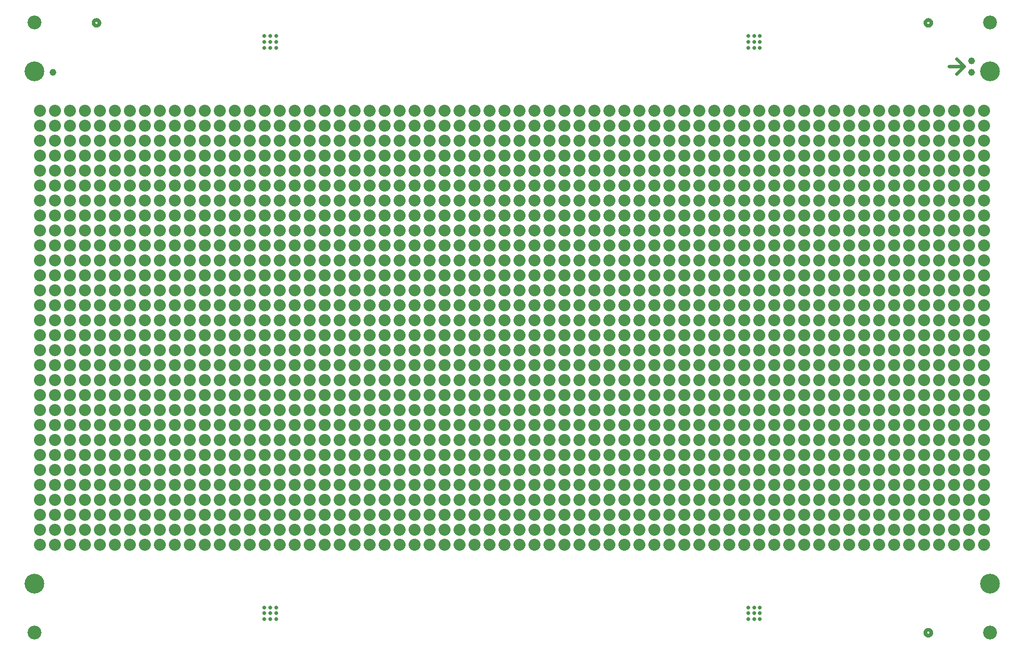
<source format=gts>
G75*
%MOIN*%
%OFA0B0*%
%FSLAX25Y25*%
%IPPOS*%
%LPD*%
%AMOC8*
5,1,8,0,0,1.08239X$1,22.5*
%
%ADD10C,0.13198*%
%ADD11C,0.02400*%
%ADD12C,0.02569*%
%ADD13C,0.09261*%
%ADD14C,0.04537*%
%ADD15C,0.08000*%
D10*
X0016427Y0041170D03*
X0016427Y0383690D03*
X0654222Y0383690D03*
X0654222Y0041170D03*
D11*
X0610914Y0008690D02*
X0610916Y0008778D01*
X0610922Y0008866D01*
X0610932Y0008954D01*
X0610946Y0009042D01*
X0610963Y0009128D01*
X0610985Y0009214D01*
X0611010Y0009298D01*
X0611040Y0009382D01*
X0611072Y0009464D01*
X0611109Y0009544D01*
X0611149Y0009623D01*
X0611193Y0009700D01*
X0611240Y0009775D01*
X0611290Y0009847D01*
X0611344Y0009918D01*
X0611400Y0009985D01*
X0611460Y0010051D01*
X0611522Y0010113D01*
X0611588Y0010173D01*
X0611655Y0010229D01*
X0611726Y0010283D01*
X0611798Y0010333D01*
X0611873Y0010380D01*
X0611950Y0010424D01*
X0612029Y0010464D01*
X0612109Y0010501D01*
X0612191Y0010533D01*
X0612275Y0010563D01*
X0612359Y0010588D01*
X0612445Y0010610D01*
X0612531Y0010627D01*
X0612619Y0010641D01*
X0612707Y0010651D01*
X0612795Y0010657D01*
X0612883Y0010659D01*
X0612971Y0010657D01*
X0613059Y0010651D01*
X0613147Y0010641D01*
X0613235Y0010627D01*
X0613321Y0010610D01*
X0613407Y0010588D01*
X0613491Y0010563D01*
X0613575Y0010533D01*
X0613657Y0010501D01*
X0613737Y0010464D01*
X0613816Y0010424D01*
X0613893Y0010380D01*
X0613968Y0010333D01*
X0614040Y0010283D01*
X0614111Y0010229D01*
X0614178Y0010173D01*
X0614244Y0010113D01*
X0614306Y0010051D01*
X0614366Y0009985D01*
X0614422Y0009918D01*
X0614476Y0009847D01*
X0614526Y0009775D01*
X0614573Y0009700D01*
X0614617Y0009623D01*
X0614657Y0009544D01*
X0614694Y0009464D01*
X0614726Y0009382D01*
X0614756Y0009298D01*
X0614781Y0009214D01*
X0614803Y0009128D01*
X0614820Y0009042D01*
X0614834Y0008954D01*
X0614844Y0008866D01*
X0614850Y0008778D01*
X0614852Y0008690D01*
X0614850Y0008602D01*
X0614844Y0008514D01*
X0614834Y0008426D01*
X0614820Y0008338D01*
X0614803Y0008252D01*
X0614781Y0008166D01*
X0614756Y0008082D01*
X0614726Y0007998D01*
X0614694Y0007916D01*
X0614657Y0007836D01*
X0614617Y0007757D01*
X0614573Y0007680D01*
X0614526Y0007605D01*
X0614476Y0007533D01*
X0614422Y0007462D01*
X0614366Y0007395D01*
X0614306Y0007329D01*
X0614244Y0007267D01*
X0614178Y0007207D01*
X0614111Y0007151D01*
X0614040Y0007097D01*
X0613968Y0007047D01*
X0613893Y0007000D01*
X0613816Y0006956D01*
X0613737Y0006916D01*
X0613657Y0006879D01*
X0613575Y0006847D01*
X0613491Y0006817D01*
X0613407Y0006792D01*
X0613321Y0006770D01*
X0613235Y0006753D01*
X0613147Y0006739D01*
X0613059Y0006729D01*
X0612971Y0006723D01*
X0612883Y0006721D01*
X0612795Y0006723D01*
X0612707Y0006729D01*
X0612619Y0006739D01*
X0612531Y0006753D01*
X0612445Y0006770D01*
X0612359Y0006792D01*
X0612275Y0006817D01*
X0612191Y0006847D01*
X0612109Y0006879D01*
X0612029Y0006916D01*
X0611950Y0006956D01*
X0611873Y0007000D01*
X0611798Y0007047D01*
X0611726Y0007097D01*
X0611655Y0007151D01*
X0611588Y0007207D01*
X0611522Y0007267D01*
X0611460Y0007329D01*
X0611400Y0007395D01*
X0611344Y0007462D01*
X0611290Y0007533D01*
X0611240Y0007605D01*
X0611193Y0007680D01*
X0611149Y0007757D01*
X0611109Y0007836D01*
X0611072Y0007916D01*
X0611040Y0007998D01*
X0611010Y0008082D01*
X0610985Y0008166D01*
X0610963Y0008252D01*
X0610946Y0008338D01*
X0610932Y0008426D01*
X0610922Y0008514D01*
X0610916Y0008602D01*
X0610914Y0008690D01*
X0631899Y0381869D02*
X0636899Y0386869D01*
X0631899Y0391869D01*
X0626899Y0386869D02*
X0636899Y0386869D01*
X0610914Y0416170D02*
X0610916Y0416258D01*
X0610922Y0416346D01*
X0610932Y0416434D01*
X0610946Y0416522D01*
X0610963Y0416608D01*
X0610985Y0416694D01*
X0611010Y0416778D01*
X0611040Y0416862D01*
X0611072Y0416944D01*
X0611109Y0417024D01*
X0611149Y0417103D01*
X0611193Y0417180D01*
X0611240Y0417255D01*
X0611290Y0417327D01*
X0611344Y0417398D01*
X0611400Y0417465D01*
X0611460Y0417531D01*
X0611522Y0417593D01*
X0611588Y0417653D01*
X0611655Y0417709D01*
X0611726Y0417763D01*
X0611798Y0417813D01*
X0611873Y0417860D01*
X0611950Y0417904D01*
X0612029Y0417944D01*
X0612109Y0417981D01*
X0612191Y0418013D01*
X0612275Y0418043D01*
X0612359Y0418068D01*
X0612445Y0418090D01*
X0612531Y0418107D01*
X0612619Y0418121D01*
X0612707Y0418131D01*
X0612795Y0418137D01*
X0612883Y0418139D01*
X0612971Y0418137D01*
X0613059Y0418131D01*
X0613147Y0418121D01*
X0613235Y0418107D01*
X0613321Y0418090D01*
X0613407Y0418068D01*
X0613491Y0418043D01*
X0613575Y0418013D01*
X0613657Y0417981D01*
X0613737Y0417944D01*
X0613816Y0417904D01*
X0613893Y0417860D01*
X0613968Y0417813D01*
X0614040Y0417763D01*
X0614111Y0417709D01*
X0614178Y0417653D01*
X0614244Y0417593D01*
X0614306Y0417531D01*
X0614366Y0417465D01*
X0614422Y0417398D01*
X0614476Y0417327D01*
X0614526Y0417255D01*
X0614573Y0417180D01*
X0614617Y0417103D01*
X0614657Y0417024D01*
X0614694Y0416944D01*
X0614726Y0416862D01*
X0614756Y0416778D01*
X0614781Y0416694D01*
X0614803Y0416608D01*
X0614820Y0416522D01*
X0614834Y0416434D01*
X0614844Y0416346D01*
X0614850Y0416258D01*
X0614852Y0416170D01*
X0614850Y0416082D01*
X0614844Y0415994D01*
X0614834Y0415906D01*
X0614820Y0415818D01*
X0614803Y0415732D01*
X0614781Y0415646D01*
X0614756Y0415562D01*
X0614726Y0415478D01*
X0614694Y0415396D01*
X0614657Y0415316D01*
X0614617Y0415237D01*
X0614573Y0415160D01*
X0614526Y0415085D01*
X0614476Y0415013D01*
X0614422Y0414942D01*
X0614366Y0414875D01*
X0614306Y0414809D01*
X0614244Y0414747D01*
X0614178Y0414687D01*
X0614111Y0414631D01*
X0614040Y0414577D01*
X0613968Y0414527D01*
X0613893Y0414480D01*
X0613816Y0414436D01*
X0613737Y0414396D01*
X0613657Y0414359D01*
X0613575Y0414327D01*
X0613491Y0414297D01*
X0613407Y0414272D01*
X0613321Y0414250D01*
X0613235Y0414233D01*
X0613147Y0414219D01*
X0613059Y0414209D01*
X0612971Y0414203D01*
X0612883Y0414201D01*
X0612795Y0414203D01*
X0612707Y0414209D01*
X0612619Y0414219D01*
X0612531Y0414233D01*
X0612445Y0414250D01*
X0612359Y0414272D01*
X0612275Y0414297D01*
X0612191Y0414327D01*
X0612109Y0414359D01*
X0612029Y0414396D01*
X0611950Y0414436D01*
X0611873Y0414480D01*
X0611798Y0414527D01*
X0611726Y0414577D01*
X0611655Y0414631D01*
X0611588Y0414687D01*
X0611522Y0414747D01*
X0611460Y0414809D01*
X0611400Y0414875D01*
X0611344Y0414942D01*
X0611290Y0415013D01*
X0611240Y0415085D01*
X0611193Y0415160D01*
X0611149Y0415237D01*
X0611109Y0415316D01*
X0611072Y0415396D01*
X0611040Y0415478D01*
X0611010Y0415562D01*
X0610985Y0415646D01*
X0610963Y0415732D01*
X0610946Y0415818D01*
X0610932Y0415906D01*
X0610922Y0415994D01*
X0610916Y0416082D01*
X0610914Y0416170D01*
X0055796Y0416170D02*
X0055798Y0416258D01*
X0055804Y0416346D01*
X0055814Y0416434D01*
X0055828Y0416522D01*
X0055845Y0416608D01*
X0055867Y0416694D01*
X0055892Y0416778D01*
X0055922Y0416862D01*
X0055954Y0416944D01*
X0055991Y0417024D01*
X0056031Y0417103D01*
X0056075Y0417180D01*
X0056122Y0417255D01*
X0056172Y0417327D01*
X0056226Y0417398D01*
X0056282Y0417465D01*
X0056342Y0417531D01*
X0056404Y0417593D01*
X0056470Y0417653D01*
X0056537Y0417709D01*
X0056608Y0417763D01*
X0056680Y0417813D01*
X0056755Y0417860D01*
X0056832Y0417904D01*
X0056911Y0417944D01*
X0056991Y0417981D01*
X0057073Y0418013D01*
X0057157Y0418043D01*
X0057241Y0418068D01*
X0057327Y0418090D01*
X0057413Y0418107D01*
X0057501Y0418121D01*
X0057589Y0418131D01*
X0057677Y0418137D01*
X0057765Y0418139D01*
X0057853Y0418137D01*
X0057941Y0418131D01*
X0058029Y0418121D01*
X0058117Y0418107D01*
X0058203Y0418090D01*
X0058289Y0418068D01*
X0058373Y0418043D01*
X0058457Y0418013D01*
X0058539Y0417981D01*
X0058619Y0417944D01*
X0058698Y0417904D01*
X0058775Y0417860D01*
X0058850Y0417813D01*
X0058922Y0417763D01*
X0058993Y0417709D01*
X0059060Y0417653D01*
X0059126Y0417593D01*
X0059188Y0417531D01*
X0059248Y0417465D01*
X0059304Y0417398D01*
X0059358Y0417327D01*
X0059408Y0417255D01*
X0059455Y0417180D01*
X0059499Y0417103D01*
X0059539Y0417024D01*
X0059576Y0416944D01*
X0059608Y0416862D01*
X0059638Y0416778D01*
X0059663Y0416694D01*
X0059685Y0416608D01*
X0059702Y0416522D01*
X0059716Y0416434D01*
X0059726Y0416346D01*
X0059732Y0416258D01*
X0059734Y0416170D01*
X0059732Y0416082D01*
X0059726Y0415994D01*
X0059716Y0415906D01*
X0059702Y0415818D01*
X0059685Y0415732D01*
X0059663Y0415646D01*
X0059638Y0415562D01*
X0059608Y0415478D01*
X0059576Y0415396D01*
X0059539Y0415316D01*
X0059499Y0415237D01*
X0059455Y0415160D01*
X0059408Y0415085D01*
X0059358Y0415013D01*
X0059304Y0414942D01*
X0059248Y0414875D01*
X0059188Y0414809D01*
X0059126Y0414747D01*
X0059060Y0414687D01*
X0058993Y0414631D01*
X0058922Y0414577D01*
X0058850Y0414527D01*
X0058775Y0414480D01*
X0058698Y0414436D01*
X0058619Y0414396D01*
X0058539Y0414359D01*
X0058457Y0414327D01*
X0058373Y0414297D01*
X0058289Y0414272D01*
X0058203Y0414250D01*
X0058117Y0414233D01*
X0058029Y0414219D01*
X0057941Y0414209D01*
X0057853Y0414203D01*
X0057765Y0414201D01*
X0057677Y0414203D01*
X0057589Y0414209D01*
X0057501Y0414219D01*
X0057413Y0414233D01*
X0057327Y0414250D01*
X0057241Y0414272D01*
X0057157Y0414297D01*
X0057073Y0414327D01*
X0056991Y0414359D01*
X0056911Y0414396D01*
X0056832Y0414436D01*
X0056755Y0414480D01*
X0056680Y0414527D01*
X0056608Y0414577D01*
X0056537Y0414631D01*
X0056470Y0414687D01*
X0056404Y0414747D01*
X0056342Y0414809D01*
X0056282Y0414875D01*
X0056226Y0414942D01*
X0056172Y0415013D01*
X0056122Y0415085D01*
X0056075Y0415160D01*
X0056031Y0415237D01*
X0055991Y0415316D01*
X0055954Y0415396D01*
X0055922Y0415478D01*
X0055892Y0415562D01*
X0055867Y0415646D01*
X0055845Y0415732D01*
X0055828Y0415818D01*
X0055814Y0415906D01*
X0055804Y0415994D01*
X0055798Y0416082D01*
X0055796Y0416170D01*
D12*
X0169970Y0407312D03*
X0173907Y0407312D03*
X0177844Y0407312D03*
X0177844Y0403375D03*
X0173907Y0403375D03*
X0169970Y0403375D03*
X0169970Y0399438D03*
X0173907Y0399438D03*
X0177844Y0399438D03*
X0492805Y0399438D03*
X0496742Y0399438D03*
X0500679Y0399438D03*
X0500679Y0403375D03*
X0500679Y0407312D03*
X0496742Y0407312D03*
X0496742Y0403375D03*
X0492805Y0403375D03*
X0492805Y0407312D03*
X0492805Y0025422D03*
X0496742Y0025422D03*
X0500679Y0025422D03*
X0500679Y0021485D03*
X0500679Y0017548D03*
X0496742Y0017548D03*
X0496742Y0021485D03*
X0492805Y0021485D03*
X0492805Y0017548D03*
X0177844Y0017548D03*
X0173907Y0017548D03*
X0169970Y0017548D03*
X0169970Y0021485D03*
X0173907Y0021485D03*
X0177844Y0021485D03*
X0177844Y0025422D03*
X0173907Y0025422D03*
X0169970Y0025422D03*
D13*
X0016427Y0008690D03*
X0016427Y0416170D03*
X0654222Y0416170D03*
X0654222Y0008690D03*
D14*
X0641899Y0383119D03*
X0641899Y0390619D03*
X0028750Y0383119D03*
D15*
X0030324Y0357430D03*
X0020324Y0357430D03*
X0020324Y0347430D03*
X0030324Y0347430D03*
X0030324Y0337430D03*
X0020324Y0337430D03*
X0020324Y0327430D03*
X0030324Y0327430D03*
X0040324Y0327430D03*
X0050324Y0327430D03*
X0050324Y0337430D03*
X0040324Y0337430D03*
X0040324Y0347430D03*
X0050324Y0347430D03*
X0060324Y0347430D03*
X0070324Y0347430D03*
X0080324Y0347430D03*
X0080324Y0337430D03*
X0070324Y0337430D03*
X0060324Y0337430D03*
X0060324Y0327430D03*
X0070324Y0327430D03*
X0080324Y0327430D03*
X0090324Y0327430D03*
X0100324Y0327430D03*
X0100324Y0337430D03*
X0090324Y0337430D03*
X0090324Y0347430D03*
X0100324Y0347430D03*
X0110324Y0347430D03*
X0120324Y0347430D03*
X0120324Y0337430D03*
X0110324Y0337430D03*
X0110324Y0327430D03*
X0120324Y0327430D03*
X0130324Y0327430D03*
X0140324Y0327430D03*
X0140324Y0337430D03*
X0130324Y0337430D03*
X0130324Y0347430D03*
X0140324Y0347430D03*
X0150324Y0347430D03*
X0160324Y0347430D03*
X0160324Y0337430D03*
X0150324Y0337430D03*
X0150324Y0327430D03*
X0160324Y0327430D03*
X0170324Y0327430D03*
X0180324Y0327430D03*
X0180324Y0337430D03*
X0170324Y0337430D03*
X0170324Y0347430D03*
X0180324Y0347430D03*
X0190324Y0347430D03*
X0200324Y0347430D03*
X0200324Y0337430D03*
X0190324Y0337430D03*
X0190324Y0327430D03*
X0200324Y0327430D03*
X0210324Y0327430D03*
X0220324Y0327430D03*
X0220324Y0337430D03*
X0210324Y0337430D03*
X0210324Y0347430D03*
X0220324Y0347430D03*
X0230324Y0347430D03*
X0240324Y0347430D03*
X0240324Y0337430D03*
X0230324Y0337430D03*
X0230324Y0327430D03*
X0240324Y0327430D03*
X0250324Y0327430D03*
X0260324Y0327430D03*
X0260324Y0337430D03*
X0250324Y0337430D03*
X0250324Y0347430D03*
X0260324Y0347430D03*
X0270324Y0347430D03*
X0280324Y0347430D03*
X0280324Y0337430D03*
X0270324Y0337430D03*
X0270324Y0327430D03*
X0280324Y0327430D03*
X0290324Y0327430D03*
X0300324Y0327430D03*
X0300324Y0337430D03*
X0290324Y0337430D03*
X0290324Y0347430D03*
X0300324Y0347430D03*
X0310324Y0347430D03*
X0320324Y0347430D03*
X0320324Y0337430D03*
X0310324Y0337430D03*
X0310324Y0327430D03*
X0320324Y0327430D03*
X0330324Y0327430D03*
X0340324Y0327430D03*
X0340324Y0337430D03*
X0330324Y0337430D03*
X0330324Y0347430D03*
X0340324Y0347430D03*
X0350324Y0347430D03*
X0360324Y0347430D03*
X0360324Y0337430D03*
X0350324Y0337430D03*
X0350324Y0327430D03*
X0360324Y0327430D03*
X0370324Y0327430D03*
X0380324Y0327430D03*
X0380324Y0337430D03*
X0370324Y0337430D03*
X0370324Y0347430D03*
X0380324Y0347430D03*
X0390324Y0347430D03*
X0400324Y0347430D03*
X0400324Y0337430D03*
X0390324Y0337430D03*
X0390324Y0327430D03*
X0400324Y0327430D03*
X0410324Y0327430D03*
X0420324Y0327430D03*
X0420324Y0337430D03*
X0410324Y0337430D03*
X0410324Y0347430D03*
X0420324Y0347430D03*
X0430324Y0347430D03*
X0440324Y0347430D03*
X0440324Y0337430D03*
X0430324Y0337430D03*
X0430324Y0327430D03*
X0440324Y0327430D03*
X0450324Y0327430D03*
X0460324Y0327430D03*
X0460324Y0337430D03*
X0450324Y0337430D03*
X0450324Y0347430D03*
X0460324Y0347430D03*
X0470324Y0347430D03*
X0480324Y0347430D03*
X0480324Y0337430D03*
X0470324Y0337430D03*
X0470324Y0327430D03*
X0480324Y0327430D03*
X0490324Y0327430D03*
X0500324Y0327430D03*
X0500324Y0337430D03*
X0490324Y0337430D03*
X0490324Y0347430D03*
X0500324Y0347430D03*
X0510324Y0347430D03*
X0520324Y0347430D03*
X0520324Y0337430D03*
X0510324Y0337430D03*
X0510324Y0327430D03*
X0520324Y0327430D03*
X0530324Y0327430D03*
X0540324Y0327430D03*
X0540324Y0337430D03*
X0530324Y0337430D03*
X0530324Y0347430D03*
X0540324Y0347430D03*
X0550324Y0347430D03*
X0560324Y0347430D03*
X0560324Y0337430D03*
X0550324Y0337430D03*
X0550324Y0327430D03*
X0560324Y0327430D03*
X0570324Y0327430D03*
X0580324Y0327430D03*
X0580324Y0337430D03*
X0570324Y0337430D03*
X0570324Y0347430D03*
X0580324Y0347430D03*
X0590324Y0347430D03*
X0600324Y0347430D03*
X0600324Y0337430D03*
X0590324Y0337430D03*
X0590324Y0327430D03*
X0600324Y0327430D03*
X0610324Y0327430D03*
X0620324Y0327430D03*
X0620324Y0337430D03*
X0610324Y0337430D03*
X0610324Y0347430D03*
X0620324Y0347430D03*
X0630324Y0347430D03*
X0640324Y0347430D03*
X0640324Y0337430D03*
X0630324Y0337430D03*
X0630324Y0327430D03*
X0640324Y0327430D03*
X0650324Y0327430D03*
X0650324Y0337430D03*
X0650324Y0347430D03*
X0650324Y0357430D03*
X0640324Y0357430D03*
X0630324Y0357430D03*
X0620324Y0357430D03*
X0610324Y0357430D03*
X0600324Y0357430D03*
X0590324Y0357430D03*
X0580324Y0357430D03*
X0570324Y0357430D03*
X0560324Y0357430D03*
X0550324Y0357430D03*
X0540324Y0357430D03*
X0530324Y0357430D03*
X0520324Y0357430D03*
X0510324Y0357430D03*
X0500324Y0357430D03*
X0490324Y0357430D03*
X0480324Y0357430D03*
X0470324Y0357430D03*
X0460324Y0357430D03*
X0450324Y0357430D03*
X0440324Y0357430D03*
X0430324Y0357430D03*
X0420324Y0357430D03*
X0410324Y0357430D03*
X0400324Y0357430D03*
X0390324Y0357430D03*
X0380324Y0357430D03*
X0370324Y0357430D03*
X0360324Y0357430D03*
X0350324Y0357430D03*
X0340324Y0357430D03*
X0330324Y0357430D03*
X0320324Y0357430D03*
X0310324Y0357430D03*
X0300324Y0357430D03*
X0290324Y0357430D03*
X0280324Y0357430D03*
X0270324Y0357430D03*
X0260324Y0357430D03*
X0250324Y0357430D03*
X0240324Y0357430D03*
X0230324Y0357430D03*
X0220324Y0357430D03*
X0210324Y0357430D03*
X0200324Y0357430D03*
X0190324Y0357430D03*
X0180324Y0357430D03*
X0170324Y0357430D03*
X0160324Y0357430D03*
X0150324Y0357430D03*
X0140324Y0357430D03*
X0130324Y0357430D03*
X0120324Y0357430D03*
X0110324Y0357430D03*
X0100324Y0357430D03*
X0090324Y0357430D03*
X0080324Y0357430D03*
X0070324Y0357430D03*
X0060324Y0357430D03*
X0050324Y0357430D03*
X0040324Y0357430D03*
X0040324Y0317430D03*
X0050324Y0317430D03*
X0050324Y0307430D03*
X0040324Y0307430D03*
X0030324Y0307430D03*
X0020324Y0307430D03*
X0020324Y0317430D03*
X0030324Y0317430D03*
X0030324Y0297430D03*
X0020324Y0297430D03*
X0020324Y0287430D03*
X0030324Y0287430D03*
X0030324Y0277430D03*
X0020324Y0277430D03*
X0020324Y0267430D03*
X0030324Y0267430D03*
X0030324Y0257430D03*
X0020324Y0257430D03*
X0020324Y0247430D03*
X0030324Y0247430D03*
X0040324Y0247430D03*
X0050324Y0247430D03*
X0050324Y0257430D03*
X0040324Y0257430D03*
X0040324Y0267430D03*
X0050324Y0267430D03*
X0060324Y0267430D03*
X0070324Y0267430D03*
X0080324Y0267430D03*
X0080324Y0257430D03*
X0070324Y0257430D03*
X0060324Y0257430D03*
X0060324Y0247430D03*
X0070324Y0247430D03*
X0080324Y0247430D03*
X0090324Y0247430D03*
X0100324Y0247430D03*
X0100324Y0257430D03*
X0090324Y0257430D03*
X0090324Y0267430D03*
X0100324Y0267430D03*
X0110324Y0267430D03*
X0120324Y0267430D03*
X0120324Y0257430D03*
X0110324Y0257430D03*
X0110324Y0247430D03*
X0120324Y0247430D03*
X0130324Y0247430D03*
X0140324Y0247430D03*
X0140324Y0257430D03*
X0130324Y0257430D03*
X0130324Y0267430D03*
X0140324Y0267430D03*
X0150324Y0267430D03*
X0160324Y0267430D03*
X0160324Y0257430D03*
X0150324Y0257430D03*
X0150324Y0247430D03*
X0160324Y0247430D03*
X0170324Y0247430D03*
X0180324Y0247430D03*
X0180324Y0257430D03*
X0170324Y0257430D03*
X0170324Y0267430D03*
X0180324Y0267430D03*
X0190324Y0267430D03*
X0200324Y0267430D03*
X0200324Y0257430D03*
X0190324Y0257430D03*
X0190324Y0247430D03*
X0200324Y0247430D03*
X0210324Y0247430D03*
X0220324Y0247430D03*
X0220324Y0257430D03*
X0210324Y0257430D03*
X0210324Y0267430D03*
X0220324Y0267430D03*
X0230324Y0267430D03*
X0240324Y0267430D03*
X0240324Y0257430D03*
X0230324Y0257430D03*
X0230324Y0247430D03*
X0240324Y0247430D03*
X0250324Y0247430D03*
X0260324Y0247430D03*
X0260324Y0257430D03*
X0250324Y0257430D03*
X0250324Y0267430D03*
X0260324Y0267430D03*
X0270324Y0267430D03*
X0280324Y0267430D03*
X0280324Y0257430D03*
X0270324Y0257430D03*
X0270324Y0247430D03*
X0280324Y0247430D03*
X0290324Y0247430D03*
X0300324Y0247430D03*
X0300324Y0257430D03*
X0290324Y0257430D03*
X0290324Y0267430D03*
X0300324Y0267430D03*
X0310324Y0267430D03*
X0320324Y0267430D03*
X0320324Y0257430D03*
X0310324Y0257430D03*
X0310324Y0247430D03*
X0320324Y0247430D03*
X0330324Y0247430D03*
X0340324Y0247430D03*
X0340324Y0257430D03*
X0330324Y0257430D03*
X0330324Y0267430D03*
X0340324Y0267430D03*
X0350324Y0267430D03*
X0360324Y0267430D03*
X0360324Y0257430D03*
X0350324Y0257430D03*
X0350324Y0247430D03*
X0360324Y0247430D03*
X0370324Y0247430D03*
X0380324Y0247430D03*
X0380324Y0257430D03*
X0370324Y0257430D03*
X0370324Y0267430D03*
X0380324Y0267430D03*
X0390324Y0267430D03*
X0400324Y0267430D03*
X0400324Y0257430D03*
X0390324Y0257430D03*
X0390324Y0247430D03*
X0400324Y0247430D03*
X0410324Y0247430D03*
X0420324Y0247430D03*
X0420324Y0257430D03*
X0410324Y0257430D03*
X0410324Y0267430D03*
X0420324Y0267430D03*
X0430324Y0267430D03*
X0440324Y0267430D03*
X0440324Y0257430D03*
X0430324Y0257430D03*
X0430324Y0247430D03*
X0440324Y0247430D03*
X0450324Y0247430D03*
X0460324Y0247430D03*
X0460324Y0257430D03*
X0450324Y0257430D03*
X0450324Y0267430D03*
X0460324Y0267430D03*
X0470324Y0267430D03*
X0480324Y0267430D03*
X0480324Y0257430D03*
X0470324Y0257430D03*
X0470324Y0247430D03*
X0480324Y0247430D03*
X0490324Y0247430D03*
X0500324Y0247430D03*
X0500324Y0257430D03*
X0490324Y0257430D03*
X0490324Y0267430D03*
X0500324Y0267430D03*
X0510324Y0267430D03*
X0520324Y0267430D03*
X0520324Y0257430D03*
X0510324Y0257430D03*
X0510324Y0247430D03*
X0520324Y0247430D03*
X0530324Y0247430D03*
X0540324Y0247430D03*
X0540324Y0257430D03*
X0530324Y0257430D03*
X0530324Y0267430D03*
X0540324Y0267430D03*
X0550324Y0267430D03*
X0560324Y0267430D03*
X0560324Y0257430D03*
X0550324Y0257430D03*
X0550324Y0247430D03*
X0560324Y0247430D03*
X0570324Y0247430D03*
X0580324Y0247430D03*
X0580324Y0257430D03*
X0570324Y0257430D03*
X0570324Y0267430D03*
X0580324Y0267430D03*
X0590324Y0267430D03*
X0600324Y0267430D03*
X0600324Y0257430D03*
X0590324Y0257430D03*
X0590324Y0247430D03*
X0600324Y0247430D03*
X0610324Y0247430D03*
X0620324Y0247430D03*
X0620324Y0257430D03*
X0610324Y0257430D03*
X0610324Y0267430D03*
X0620324Y0267430D03*
X0630324Y0267430D03*
X0640324Y0267430D03*
X0640324Y0257430D03*
X0630324Y0257430D03*
X0630324Y0247430D03*
X0640324Y0247430D03*
X0650324Y0247430D03*
X0650324Y0257430D03*
X0650324Y0267430D03*
X0650324Y0277430D03*
X0640324Y0277430D03*
X0630324Y0277430D03*
X0620324Y0277430D03*
X0610324Y0277430D03*
X0600324Y0277430D03*
X0590324Y0277430D03*
X0580324Y0277430D03*
X0570324Y0277430D03*
X0560324Y0277430D03*
X0550324Y0277430D03*
X0540324Y0277430D03*
X0530324Y0277430D03*
X0520324Y0277430D03*
X0510324Y0277430D03*
X0500324Y0277430D03*
X0490324Y0277430D03*
X0480324Y0277430D03*
X0470324Y0277430D03*
X0460324Y0277430D03*
X0450324Y0277430D03*
X0440324Y0277430D03*
X0430324Y0277430D03*
X0420324Y0277430D03*
X0410324Y0277430D03*
X0400324Y0277430D03*
X0390324Y0277430D03*
X0380324Y0277430D03*
X0370324Y0277430D03*
X0360324Y0277430D03*
X0350324Y0277430D03*
X0340324Y0277430D03*
X0330324Y0277430D03*
X0320324Y0277430D03*
X0310324Y0277430D03*
X0300324Y0277430D03*
X0290324Y0277430D03*
X0280324Y0277430D03*
X0270324Y0277430D03*
X0260324Y0277430D03*
X0250324Y0277430D03*
X0240324Y0277430D03*
X0230324Y0277430D03*
X0220324Y0277430D03*
X0210324Y0277430D03*
X0200324Y0277430D03*
X0190324Y0277430D03*
X0180324Y0277430D03*
X0170324Y0277430D03*
X0160324Y0277430D03*
X0150324Y0277430D03*
X0140324Y0277430D03*
X0130324Y0277430D03*
X0120324Y0277430D03*
X0110324Y0277430D03*
X0100324Y0277430D03*
X0090324Y0277430D03*
X0080324Y0277430D03*
X0070324Y0277430D03*
X0060324Y0277430D03*
X0050324Y0277430D03*
X0040324Y0277430D03*
X0040324Y0287430D03*
X0050324Y0287430D03*
X0060324Y0287430D03*
X0070324Y0287430D03*
X0080324Y0287430D03*
X0090324Y0287430D03*
X0100324Y0287430D03*
X0110324Y0287430D03*
X0120324Y0287430D03*
X0130324Y0287430D03*
X0140324Y0287430D03*
X0150324Y0287430D03*
X0160324Y0287430D03*
X0170324Y0287430D03*
X0180324Y0287430D03*
X0190324Y0287430D03*
X0200324Y0287430D03*
X0210324Y0287430D03*
X0220324Y0287430D03*
X0230324Y0287430D03*
X0240324Y0287430D03*
X0250324Y0287430D03*
X0260324Y0287430D03*
X0270324Y0287430D03*
X0280324Y0287430D03*
X0290324Y0287430D03*
X0300324Y0287430D03*
X0310324Y0287430D03*
X0320324Y0287430D03*
X0330324Y0287430D03*
X0340324Y0287430D03*
X0350324Y0287430D03*
X0360324Y0287430D03*
X0370324Y0287430D03*
X0380324Y0287430D03*
X0390324Y0287430D03*
X0400324Y0287430D03*
X0410324Y0287430D03*
X0420324Y0287430D03*
X0430324Y0287430D03*
X0440324Y0287430D03*
X0450324Y0287430D03*
X0460324Y0287430D03*
X0470324Y0287430D03*
X0480324Y0287430D03*
X0490324Y0287430D03*
X0500324Y0287430D03*
X0510324Y0287430D03*
X0520324Y0287430D03*
X0530324Y0287430D03*
X0540324Y0287430D03*
X0550324Y0287430D03*
X0560324Y0287430D03*
X0570324Y0287430D03*
X0580324Y0287430D03*
X0590324Y0287430D03*
X0600324Y0287430D03*
X0610324Y0287430D03*
X0620324Y0287430D03*
X0630324Y0287430D03*
X0640324Y0287430D03*
X0650324Y0287430D03*
X0650324Y0297430D03*
X0640324Y0297430D03*
X0630324Y0297430D03*
X0620324Y0297430D03*
X0610324Y0297430D03*
X0600324Y0297430D03*
X0590324Y0297430D03*
X0580324Y0297430D03*
X0570324Y0297430D03*
X0560324Y0297430D03*
X0550324Y0297430D03*
X0540324Y0297430D03*
X0530324Y0297430D03*
X0520324Y0297430D03*
X0510324Y0297430D03*
X0500324Y0297430D03*
X0490324Y0297430D03*
X0480324Y0297430D03*
X0470324Y0297430D03*
X0460324Y0297430D03*
X0450324Y0297430D03*
X0440324Y0297430D03*
X0430324Y0297430D03*
X0420324Y0297430D03*
X0410324Y0297430D03*
X0400324Y0297430D03*
X0390324Y0297430D03*
X0380324Y0297430D03*
X0370324Y0297430D03*
X0360324Y0297430D03*
X0350324Y0297430D03*
X0340324Y0297430D03*
X0330324Y0297430D03*
X0320324Y0297430D03*
X0310324Y0297430D03*
X0300324Y0297430D03*
X0290324Y0297430D03*
X0280324Y0297430D03*
X0270324Y0297430D03*
X0260324Y0297430D03*
X0250324Y0297430D03*
X0240324Y0297430D03*
X0230324Y0297430D03*
X0220324Y0297430D03*
X0210324Y0297430D03*
X0200324Y0297430D03*
X0190324Y0297430D03*
X0180324Y0297430D03*
X0170324Y0297430D03*
X0160324Y0297430D03*
X0150324Y0297430D03*
X0140324Y0297430D03*
X0130324Y0297430D03*
X0120324Y0297430D03*
X0110324Y0297430D03*
X0100324Y0297430D03*
X0090324Y0297430D03*
X0080324Y0297430D03*
X0070324Y0297430D03*
X0060324Y0297430D03*
X0050324Y0297430D03*
X0040324Y0297430D03*
X0060324Y0307430D03*
X0070324Y0307430D03*
X0080324Y0307430D03*
X0080324Y0317430D03*
X0070324Y0317430D03*
X0060324Y0317430D03*
X0090324Y0317430D03*
X0100324Y0317430D03*
X0100324Y0307430D03*
X0090324Y0307430D03*
X0110324Y0307430D03*
X0120324Y0307430D03*
X0120324Y0317430D03*
X0110324Y0317430D03*
X0130324Y0317430D03*
X0140324Y0317430D03*
X0140324Y0307430D03*
X0130324Y0307430D03*
X0150324Y0307430D03*
X0160324Y0307430D03*
X0160324Y0317430D03*
X0150324Y0317430D03*
X0170324Y0317430D03*
X0180324Y0317430D03*
X0180324Y0307430D03*
X0170324Y0307430D03*
X0190324Y0307430D03*
X0200324Y0307430D03*
X0200324Y0317430D03*
X0190324Y0317430D03*
X0210324Y0317430D03*
X0220324Y0317430D03*
X0220324Y0307430D03*
X0210324Y0307430D03*
X0230324Y0307430D03*
X0240324Y0307430D03*
X0240324Y0317430D03*
X0230324Y0317430D03*
X0250324Y0317430D03*
X0260324Y0317430D03*
X0260324Y0307430D03*
X0250324Y0307430D03*
X0270324Y0307430D03*
X0280324Y0307430D03*
X0280324Y0317430D03*
X0270324Y0317430D03*
X0290324Y0317430D03*
X0300324Y0317430D03*
X0300324Y0307430D03*
X0290324Y0307430D03*
X0310324Y0307430D03*
X0320324Y0307430D03*
X0320324Y0317430D03*
X0310324Y0317430D03*
X0330324Y0317430D03*
X0340324Y0317430D03*
X0340324Y0307430D03*
X0330324Y0307430D03*
X0350324Y0307430D03*
X0360324Y0307430D03*
X0360324Y0317430D03*
X0350324Y0317430D03*
X0370324Y0317430D03*
X0380324Y0317430D03*
X0380324Y0307430D03*
X0370324Y0307430D03*
X0390324Y0307430D03*
X0400324Y0307430D03*
X0400324Y0317430D03*
X0390324Y0317430D03*
X0410324Y0317430D03*
X0420324Y0317430D03*
X0420324Y0307430D03*
X0410324Y0307430D03*
X0430324Y0307430D03*
X0440324Y0307430D03*
X0440324Y0317430D03*
X0430324Y0317430D03*
X0450324Y0317430D03*
X0460324Y0317430D03*
X0460324Y0307430D03*
X0450324Y0307430D03*
X0470324Y0307430D03*
X0480324Y0307430D03*
X0480324Y0317430D03*
X0470324Y0317430D03*
X0490324Y0317430D03*
X0500324Y0317430D03*
X0500324Y0307430D03*
X0490324Y0307430D03*
X0510324Y0307430D03*
X0520324Y0307430D03*
X0520324Y0317430D03*
X0510324Y0317430D03*
X0530324Y0317430D03*
X0540324Y0317430D03*
X0540324Y0307430D03*
X0530324Y0307430D03*
X0550324Y0307430D03*
X0560324Y0307430D03*
X0560324Y0317430D03*
X0550324Y0317430D03*
X0570324Y0317430D03*
X0580324Y0317430D03*
X0580324Y0307430D03*
X0570324Y0307430D03*
X0590324Y0307430D03*
X0600324Y0307430D03*
X0600324Y0317430D03*
X0590324Y0317430D03*
X0610324Y0317430D03*
X0620324Y0317430D03*
X0620324Y0307430D03*
X0610324Y0307430D03*
X0630324Y0307430D03*
X0640324Y0307430D03*
X0640324Y0317430D03*
X0630324Y0317430D03*
X0650324Y0317430D03*
X0650324Y0307430D03*
X0650324Y0237430D03*
X0640324Y0237430D03*
X0630324Y0237430D03*
X0620324Y0237430D03*
X0610324Y0237430D03*
X0600324Y0237430D03*
X0590324Y0237430D03*
X0580324Y0237430D03*
X0570324Y0237430D03*
X0560324Y0237430D03*
X0550324Y0237430D03*
X0540324Y0237430D03*
X0530324Y0237430D03*
X0520324Y0237430D03*
X0510324Y0237430D03*
X0500324Y0237430D03*
X0490324Y0237430D03*
X0480324Y0237430D03*
X0470324Y0237430D03*
X0460324Y0237430D03*
X0450324Y0237430D03*
X0440324Y0237430D03*
X0430324Y0237430D03*
X0420324Y0237430D03*
X0410324Y0237430D03*
X0400324Y0237430D03*
X0390324Y0237430D03*
X0380324Y0237430D03*
X0370324Y0237430D03*
X0360324Y0237430D03*
X0350324Y0237430D03*
X0340324Y0237430D03*
X0330324Y0237430D03*
X0320324Y0237430D03*
X0310324Y0237430D03*
X0300324Y0237430D03*
X0290324Y0237430D03*
X0280324Y0237430D03*
X0270324Y0237430D03*
X0260324Y0237430D03*
X0250324Y0237430D03*
X0240324Y0237430D03*
X0230324Y0237430D03*
X0220324Y0237430D03*
X0210324Y0237430D03*
X0200324Y0237430D03*
X0190324Y0237430D03*
X0180324Y0237430D03*
X0170324Y0237430D03*
X0160324Y0237430D03*
X0150324Y0237430D03*
X0140324Y0237430D03*
X0130324Y0237430D03*
X0120324Y0237430D03*
X0110324Y0237430D03*
X0100324Y0237430D03*
X0090324Y0237430D03*
X0080324Y0237430D03*
X0070324Y0237430D03*
X0060324Y0237430D03*
X0050324Y0237430D03*
X0040324Y0237430D03*
X0030324Y0237430D03*
X0020324Y0237430D03*
X0020324Y0227430D03*
X0030324Y0227430D03*
X0030324Y0217430D03*
X0020324Y0217430D03*
X0020324Y0207430D03*
X0030324Y0207430D03*
X0030324Y0197430D03*
X0020324Y0197430D03*
X0020324Y0187430D03*
X0030324Y0187430D03*
X0040324Y0187430D03*
X0050324Y0187430D03*
X0050324Y0197430D03*
X0040324Y0197430D03*
X0040324Y0207430D03*
X0050324Y0207430D03*
X0060324Y0207430D03*
X0070324Y0207430D03*
X0080324Y0207430D03*
X0080324Y0197430D03*
X0070324Y0197430D03*
X0060324Y0197430D03*
X0060324Y0187430D03*
X0070324Y0187430D03*
X0080324Y0187430D03*
X0090324Y0187430D03*
X0100324Y0187430D03*
X0100324Y0197430D03*
X0090324Y0197430D03*
X0090324Y0207430D03*
X0100324Y0207430D03*
X0110324Y0207430D03*
X0120324Y0207430D03*
X0120324Y0197430D03*
X0110324Y0197430D03*
X0110324Y0187430D03*
X0120324Y0187430D03*
X0130324Y0187430D03*
X0140324Y0187430D03*
X0140324Y0197430D03*
X0130324Y0197430D03*
X0130324Y0207430D03*
X0140324Y0207430D03*
X0150324Y0207430D03*
X0160324Y0207430D03*
X0160324Y0197430D03*
X0150324Y0197430D03*
X0150324Y0187430D03*
X0160324Y0187430D03*
X0170324Y0187430D03*
X0180324Y0187430D03*
X0180324Y0197430D03*
X0170324Y0197430D03*
X0170324Y0207430D03*
X0180324Y0207430D03*
X0190324Y0207430D03*
X0200324Y0207430D03*
X0200324Y0197430D03*
X0190324Y0197430D03*
X0190324Y0187430D03*
X0200324Y0187430D03*
X0210324Y0187430D03*
X0220324Y0187430D03*
X0220324Y0197430D03*
X0210324Y0197430D03*
X0210324Y0207430D03*
X0220324Y0207430D03*
X0230324Y0207430D03*
X0240324Y0207430D03*
X0240324Y0197430D03*
X0230324Y0197430D03*
X0230324Y0187430D03*
X0240324Y0187430D03*
X0250324Y0187430D03*
X0260324Y0187430D03*
X0260324Y0197430D03*
X0250324Y0197430D03*
X0250324Y0207430D03*
X0260324Y0207430D03*
X0270324Y0207430D03*
X0280324Y0207430D03*
X0280324Y0197430D03*
X0270324Y0197430D03*
X0270324Y0187430D03*
X0280324Y0187430D03*
X0290324Y0187430D03*
X0300324Y0187430D03*
X0300324Y0197430D03*
X0290324Y0197430D03*
X0290324Y0207430D03*
X0300324Y0207430D03*
X0310324Y0207430D03*
X0320324Y0207430D03*
X0320324Y0197430D03*
X0310324Y0197430D03*
X0310324Y0187430D03*
X0320324Y0187430D03*
X0330324Y0187430D03*
X0340324Y0187430D03*
X0340324Y0197430D03*
X0330324Y0197430D03*
X0330324Y0207430D03*
X0340324Y0207430D03*
X0350324Y0207430D03*
X0360324Y0207430D03*
X0360324Y0197430D03*
X0350324Y0197430D03*
X0350324Y0187430D03*
X0360324Y0187430D03*
X0370324Y0187430D03*
X0380324Y0187430D03*
X0380324Y0197430D03*
X0370324Y0197430D03*
X0370324Y0207430D03*
X0380324Y0207430D03*
X0390324Y0207430D03*
X0400324Y0207430D03*
X0400324Y0197430D03*
X0390324Y0197430D03*
X0390324Y0187430D03*
X0400324Y0187430D03*
X0410324Y0187430D03*
X0420324Y0187430D03*
X0420324Y0197430D03*
X0410324Y0197430D03*
X0410324Y0207430D03*
X0420324Y0207430D03*
X0430324Y0207430D03*
X0440324Y0207430D03*
X0440324Y0197430D03*
X0430324Y0197430D03*
X0430324Y0187430D03*
X0440324Y0187430D03*
X0450324Y0187430D03*
X0460324Y0187430D03*
X0460324Y0197430D03*
X0450324Y0197430D03*
X0450324Y0207430D03*
X0460324Y0207430D03*
X0470324Y0207430D03*
X0480324Y0207430D03*
X0480324Y0197430D03*
X0470324Y0197430D03*
X0470324Y0187430D03*
X0480324Y0187430D03*
X0490324Y0187430D03*
X0500324Y0187430D03*
X0500324Y0197430D03*
X0490324Y0197430D03*
X0490324Y0207430D03*
X0500324Y0207430D03*
X0510324Y0207430D03*
X0520324Y0207430D03*
X0520324Y0197430D03*
X0510324Y0197430D03*
X0510324Y0187430D03*
X0520324Y0187430D03*
X0530324Y0187430D03*
X0540324Y0187430D03*
X0540324Y0197430D03*
X0530324Y0197430D03*
X0530324Y0207430D03*
X0540324Y0207430D03*
X0550324Y0207430D03*
X0560324Y0207430D03*
X0560324Y0197430D03*
X0550324Y0197430D03*
X0550324Y0187430D03*
X0560324Y0187430D03*
X0570324Y0187430D03*
X0580324Y0187430D03*
X0580324Y0197430D03*
X0570324Y0197430D03*
X0570324Y0207430D03*
X0580324Y0207430D03*
X0590324Y0207430D03*
X0600324Y0207430D03*
X0600324Y0197430D03*
X0590324Y0197430D03*
X0590324Y0187430D03*
X0600324Y0187430D03*
X0610324Y0187430D03*
X0620324Y0187430D03*
X0620324Y0197430D03*
X0610324Y0197430D03*
X0610324Y0207430D03*
X0620324Y0207430D03*
X0630324Y0207430D03*
X0640324Y0207430D03*
X0640324Y0197430D03*
X0630324Y0197430D03*
X0630324Y0187430D03*
X0640324Y0187430D03*
X0650324Y0187430D03*
X0650324Y0197430D03*
X0650324Y0207430D03*
X0650324Y0217430D03*
X0640324Y0217430D03*
X0630324Y0217430D03*
X0620324Y0217430D03*
X0610324Y0217430D03*
X0600324Y0217430D03*
X0590324Y0217430D03*
X0580324Y0217430D03*
X0570324Y0217430D03*
X0560324Y0217430D03*
X0550324Y0217430D03*
X0540324Y0217430D03*
X0530324Y0217430D03*
X0520324Y0217430D03*
X0510324Y0217430D03*
X0500324Y0217430D03*
X0490324Y0217430D03*
X0480324Y0217430D03*
X0470324Y0217430D03*
X0460324Y0217430D03*
X0450324Y0217430D03*
X0440324Y0217430D03*
X0430324Y0217430D03*
X0420324Y0217430D03*
X0410324Y0217430D03*
X0400324Y0217430D03*
X0390324Y0217430D03*
X0380324Y0217430D03*
X0370324Y0217430D03*
X0360324Y0217430D03*
X0350324Y0217430D03*
X0340324Y0217430D03*
X0330324Y0217430D03*
X0320324Y0217430D03*
X0310324Y0217430D03*
X0300324Y0217430D03*
X0290324Y0217430D03*
X0280324Y0217430D03*
X0270324Y0217430D03*
X0260324Y0217430D03*
X0250324Y0217430D03*
X0240324Y0217430D03*
X0230324Y0217430D03*
X0220324Y0217430D03*
X0210324Y0217430D03*
X0200324Y0217430D03*
X0190324Y0217430D03*
X0180324Y0217430D03*
X0170324Y0217430D03*
X0160324Y0217430D03*
X0150324Y0217430D03*
X0140324Y0217430D03*
X0130324Y0217430D03*
X0120324Y0217430D03*
X0110324Y0217430D03*
X0100324Y0217430D03*
X0090324Y0217430D03*
X0080324Y0217430D03*
X0070324Y0217430D03*
X0060324Y0217430D03*
X0050324Y0217430D03*
X0040324Y0217430D03*
X0040324Y0227430D03*
X0050324Y0227430D03*
X0060324Y0227430D03*
X0070324Y0227430D03*
X0080324Y0227430D03*
X0090324Y0227430D03*
X0100324Y0227430D03*
X0110324Y0227430D03*
X0120324Y0227430D03*
X0130324Y0227430D03*
X0140324Y0227430D03*
X0150324Y0227430D03*
X0160324Y0227430D03*
X0170324Y0227430D03*
X0180324Y0227430D03*
X0190324Y0227430D03*
X0200324Y0227430D03*
X0210324Y0227430D03*
X0220324Y0227430D03*
X0230324Y0227430D03*
X0240324Y0227430D03*
X0250324Y0227430D03*
X0260324Y0227430D03*
X0270324Y0227430D03*
X0280324Y0227430D03*
X0290324Y0227430D03*
X0300324Y0227430D03*
X0310324Y0227430D03*
X0320324Y0227430D03*
X0330324Y0227430D03*
X0340324Y0227430D03*
X0350324Y0227430D03*
X0360324Y0227430D03*
X0370324Y0227430D03*
X0380324Y0227430D03*
X0390324Y0227430D03*
X0400324Y0227430D03*
X0410324Y0227430D03*
X0420324Y0227430D03*
X0430324Y0227430D03*
X0440324Y0227430D03*
X0450324Y0227430D03*
X0460324Y0227430D03*
X0470324Y0227430D03*
X0480324Y0227430D03*
X0490324Y0227430D03*
X0500324Y0227430D03*
X0510324Y0227430D03*
X0520324Y0227430D03*
X0530324Y0227430D03*
X0540324Y0227430D03*
X0550324Y0227430D03*
X0560324Y0227430D03*
X0570324Y0227430D03*
X0580324Y0227430D03*
X0590324Y0227430D03*
X0600324Y0227430D03*
X0610324Y0227430D03*
X0620324Y0227430D03*
X0630324Y0227430D03*
X0640324Y0227430D03*
X0650324Y0227430D03*
X0650324Y0177430D03*
X0640324Y0177430D03*
X0630324Y0177430D03*
X0620324Y0177430D03*
X0610324Y0177430D03*
X0600324Y0177430D03*
X0590324Y0177430D03*
X0580324Y0177430D03*
X0570324Y0177430D03*
X0560324Y0177430D03*
X0550324Y0177430D03*
X0540324Y0177430D03*
X0530324Y0177430D03*
X0520324Y0177430D03*
X0510324Y0177430D03*
X0500324Y0177430D03*
X0490324Y0177430D03*
X0480324Y0177430D03*
X0470324Y0177430D03*
X0460324Y0177430D03*
X0450324Y0177430D03*
X0440324Y0177430D03*
X0430324Y0177430D03*
X0420324Y0177430D03*
X0410324Y0177430D03*
X0400324Y0177430D03*
X0390324Y0177430D03*
X0380324Y0177430D03*
X0370324Y0177430D03*
X0360324Y0177430D03*
X0350324Y0177430D03*
X0340324Y0177430D03*
X0330324Y0177430D03*
X0320324Y0177430D03*
X0310324Y0177430D03*
X0300324Y0177430D03*
X0290324Y0177430D03*
X0280324Y0177430D03*
X0270324Y0177430D03*
X0260324Y0177430D03*
X0250324Y0177430D03*
X0240324Y0177430D03*
X0230324Y0177430D03*
X0220324Y0177430D03*
X0210324Y0177430D03*
X0200324Y0177430D03*
X0190324Y0177430D03*
X0180324Y0177430D03*
X0170324Y0177430D03*
X0160324Y0177430D03*
X0150324Y0177430D03*
X0140324Y0177430D03*
X0130324Y0177430D03*
X0120324Y0177430D03*
X0110324Y0177430D03*
X0100324Y0177430D03*
X0090324Y0177430D03*
X0080324Y0177430D03*
X0070324Y0177430D03*
X0060324Y0177430D03*
X0050324Y0177430D03*
X0040324Y0177430D03*
X0030324Y0177430D03*
X0020324Y0177430D03*
X0020324Y0167430D03*
X0030324Y0167430D03*
X0030324Y0157430D03*
X0020324Y0157430D03*
X0020324Y0147430D03*
X0030324Y0147430D03*
X0030324Y0137430D03*
X0020324Y0137430D03*
X0020324Y0127430D03*
X0030324Y0127430D03*
X0030324Y0117430D03*
X0020324Y0117430D03*
X0020324Y0107430D03*
X0030324Y0107430D03*
X0040324Y0107430D03*
X0050324Y0107430D03*
X0050324Y0117430D03*
X0040324Y0117430D03*
X0040324Y0127430D03*
X0050324Y0127430D03*
X0060324Y0127430D03*
X0070324Y0127430D03*
X0080324Y0127430D03*
X0080324Y0117430D03*
X0070324Y0117430D03*
X0060324Y0117430D03*
X0060324Y0107430D03*
X0070324Y0107430D03*
X0080324Y0107430D03*
X0090324Y0107430D03*
X0100324Y0107430D03*
X0100324Y0117430D03*
X0090324Y0117430D03*
X0090324Y0127430D03*
X0100324Y0127430D03*
X0110324Y0127430D03*
X0120324Y0127430D03*
X0120324Y0117430D03*
X0110324Y0117430D03*
X0110324Y0107430D03*
X0120324Y0107430D03*
X0130324Y0107430D03*
X0140324Y0107430D03*
X0140324Y0117430D03*
X0130324Y0117430D03*
X0130324Y0127430D03*
X0140324Y0127430D03*
X0150324Y0127430D03*
X0160324Y0127430D03*
X0160324Y0117430D03*
X0150324Y0117430D03*
X0150324Y0107430D03*
X0160324Y0107430D03*
X0170324Y0107430D03*
X0180324Y0107430D03*
X0180324Y0117430D03*
X0170324Y0117430D03*
X0170324Y0127430D03*
X0180324Y0127430D03*
X0190324Y0127430D03*
X0200324Y0127430D03*
X0200324Y0117430D03*
X0190324Y0117430D03*
X0190324Y0107430D03*
X0200324Y0107430D03*
X0210324Y0107430D03*
X0220324Y0107430D03*
X0220324Y0117430D03*
X0210324Y0117430D03*
X0210324Y0127430D03*
X0220324Y0127430D03*
X0230324Y0127430D03*
X0240324Y0127430D03*
X0240324Y0117430D03*
X0230324Y0117430D03*
X0230324Y0107430D03*
X0240324Y0107430D03*
X0250324Y0107430D03*
X0260324Y0107430D03*
X0260324Y0117430D03*
X0250324Y0117430D03*
X0250324Y0127430D03*
X0260324Y0127430D03*
X0270324Y0127430D03*
X0280324Y0127430D03*
X0280324Y0117430D03*
X0270324Y0117430D03*
X0270324Y0107430D03*
X0280324Y0107430D03*
X0290324Y0107430D03*
X0300324Y0107430D03*
X0300324Y0117430D03*
X0290324Y0117430D03*
X0290324Y0127430D03*
X0300324Y0127430D03*
X0310324Y0127430D03*
X0320324Y0127430D03*
X0320324Y0117430D03*
X0310324Y0117430D03*
X0310324Y0107430D03*
X0320324Y0107430D03*
X0330324Y0107430D03*
X0340324Y0107430D03*
X0340324Y0117430D03*
X0330324Y0117430D03*
X0330324Y0127430D03*
X0340324Y0127430D03*
X0350324Y0127430D03*
X0360324Y0127430D03*
X0360324Y0117430D03*
X0350324Y0117430D03*
X0350324Y0107430D03*
X0360324Y0107430D03*
X0370324Y0107430D03*
X0380324Y0107430D03*
X0380324Y0117430D03*
X0370324Y0117430D03*
X0370324Y0127430D03*
X0380324Y0127430D03*
X0390324Y0127430D03*
X0400324Y0127430D03*
X0400324Y0117430D03*
X0390324Y0117430D03*
X0390324Y0107430D03*
X0400324Y0107430D03*
X0410324Y0107430D03*
X0420324Y0107430D03*
X0420324Y0117430D03*
X0410324Y0117430D03*
X0410324Y0127430D03*
X0420324Y0127430D03*
X0430324Y0127430D03*
X0440324Y0127430D03*
X0440324Y0117430D03*
X0430324Y0117430D03*
X0430324Y0107430D03*
X0440324Y0107430D03*
X0450324Y0107430D03*
X0460324Y0107430D03*
X0460324Y0117430D03*
X0450324Y0117430D03*
X0450324Y0127430D03*
X0460324Y0127430D03*
X0470324Y0127430D03*
X0480324Y0127430D03*
X0480324Y0117430D03*
X0470324Y0117430D03*
X0470324Y0107430D03*
X0480324Y0107430D03*
X0490324Y0107430D03*
X0500324Y0107430D03*
X0500324Y0117430D03*
X0490324Y0117430D03*
X0490324Y0127430D03*
X0500324Y0127430D03*
X0510324Y0127430D03*
X0520324Y0127430D03*
X0520324Y0117430D03*
X0510324Y0117430D03*
X0510324Y0107430D03*
X0520324Y0107430D03*
X0530324Y0107430D03*
X0540324Y0107430D03*
X0540324Y0117430D03*
X0530324Y0117430D03*
X0530324Y0127430D03*
X0540324Y0127430D03*
X0550324Y0127430D03*
X0560324Y0127430D03*
X0560324Y0117430D03*
X0550324Y0117430D03*
X0550324Y0107430D03*
X0560324Y0107430D03*
X0570324Y0107430D03*
X0580324Y0107430D03*
X0580324Y0117430D03*
X0570324Y0117430D03*
X0570324Y0127430D03*
X0580324Y0127430D03*
X0590324Y0127430D03*
X0600324Y0127430D03*
X0600324Y0117430D03*
X0590324Y0117430D03*
X0590324Y0107430D03*
X0600324Y0107430D03*
X0610324Y0107430D03*
X0620324Y0107430D03*
X0620324Y0117430D03*
X0610324Y0117430D03*
X0610324Y0127430D03*
X0620324Y0127430D03*
X0630324Y0127430D03*
X0640324Y0127430D03*
X0640324Y0117430D03*
X0630324Y0117430D03*
X0630324Y0107430D03*
X0640324Y0107430D03*
X0650324Y0107430D03*
X0650324Y0117430D03*
X0650324Y0127430D03*
X0650324Y0137430D03*
X0640324Y0137430D03*
X0630324Y0137430D03*
X0620324Y0137430D03*
X0610324Y0137430D03*
X0600324Y0137430D03*
X0590324Y0137430D03*
X0580324Y0137430D03*
X0570324Y0137430D03*
X0560324Y0137430D03*
X0550324Y0137430D03*
X0540324Y0137430D03*
X0530324Y0137430D03*
X0520324Y0137430D03*
X0510324Y0137430D03*
X0500324Y0137430D03*
X0490324Y0137430D03*
X0480324Y0137430D03*
X0470324Y0137430D03*
X0460324Y0137430D03*
X0450324Y0137430D03*
X0440324Y0137430D03*
X0430324Y0137430D03*
X0420324Y0137430D03*
X0410324Y0137430D03*
X0400324Y0137430D03*
X0390324Y0137430D03*
X0380324Y0137430D03*
X0370324Y0137430D03*
X0360324Y0137430D03*
X0350324Y0137430D03*
X0340324Y0137430D03*
X0330324Y0137430D03*
X0320324Y0137430D03*
X0310324Y0137430D03*
X0300324Y0137430D03*
X0290324Y0137430D03*
X0280324Y0137430D03*
X0270324Y0137430D03*
X0260324Y0137430D03*
X0250324Y0137430D03*
X0240324Y0137430D03*
X0230324Y0137430D03*
X0220324Y0137430D03*
X0210324Y0137430D03*
X0200324Y0137430D03*
X0190324Y0137430D03*
X0180324Y0137430D03*
X0170324Y0137430D03*
X0160324Y0137430D03*
X0150324Y0137430D03*
X0140324Y0137430D03*
X0130324Y0137430D03*
X0120324Y0137430D03*
X0110324Y0137430D03*
X0100324Y0137430D03*
X0090324Y0137430D03*
X0080324Y0137430D03*
X0070324Y0137430D03*
X0060324Y0137430D03*
X0050324Y0137430D03*
X0040324Y0137430D03*
X0040324Y0147430D03*
X0050324Y0147430D03*
X0060324Y0147430D03*
X0070324Y0147430D03*
X0080324Y0147430D03*
X0090324Y0147430D03*
X0100324Y0147430D03*
X0110324Y0147430D03*
X0120324Y0147430D03*
X0130324Y0147430D03*
X0140324Y0147430D03*
X0150324Y0147430D03*
X0160324Y0147430D03*
X0170324Y0147430D03*
X0180324Y0147430D03*
X0190324Y0147430D03*
X0200324Y0147430D03*
X0210324Y0147430D03*
X0220324Y0147430D03*
X0230324Y0147430D03*
X0240324Y0147430D03*
X0250324Y0147430D03*
X0260324Y0147430D03*
X0270324Y0147430D03*
X0280324Y0147430D03*
X0290324Y0147430D03*
X0300324Y0147430D03*
X0310324Y0147430D03*
X0320324Y0147430D03*
X0330324Y0147430D03*
X0340324Y0147430D03*
X0350324Y0147430D03*
X0360324Y0147430D03*
X0370324Y0147430D03*
X0380324Y0147430D03*
X0390324Y0147430D03*
X0400324Y0147430D03*
X0410324Y0147430D03*
X0420324Y0147430D03*
X0430324Y0147430D03*
X0440324Y0147430D03*
X0450324Y0147430D03*
X0460324Y0147430D03*
X0470324Y0147430D03*
X0480324Y0147430D03*
X0490324Y0147430D03*
X0500324Y0147430D03*
X0510324Y0147430D03*
X0520324Y0147430D03*
X0530324Y0147430D03*
X0540324Y0147430D03*
X0550324Y0147430D03*
X0560324Y0147430D03*
X0570324Y0147430D03*
X0580324Y0147430D03*
X0590324Y0147430D03*
X0600324Y0147430D03*
X0610324Y0147430D03*
X0620324Y0147430D03*
X0630324Y0147430D03*
X0640324Y0147430D03*
X0650324Y0147430D03*
X0650324Y0157430D03*
X0640324Y0157430D03*
X0630324Y0157430D03*
X0620324Y0157430D03*
X0610324Y0157430D03*
X0600324Y0157430D03*
X0590324Y0157430D03*
X0580324Y0157430D03*
X0570324Y0157430D03*
X0560324Y0157430D03*
X0550324Y0157430D03*
X0540324Y0157430D03*
X0530324Y0157430D03*
X0520324Y0157430D03*
X0510324Y0157430D03*
X0500324Y0157430D03*
X0490324Y0157430D03*
X0480324Y0157430D03*
X0470324Y0157430D03*
X0460324Y0157430D03*
X0450324Y0157430D03*
X0440324Y0157430D03*
X0430324Y0157430D03*
X0420324Y0157430D03*
X0410324Y0157430D03*
X0400324Y0157430D03*
X0390324Y0157430D03*
X0380324Y0157430D03*
X0370324Y0157430D03*
X0360324Y0157430D03*
X0350324Y0157430D03*
X0340324Y0157430D03*
X0330324Y0157430D03*
X0320324Y0157430D03*
X0310324Y0157430D03*
X0300324Y0157430D03*
X0290324Y0157430D03*
X0280324Y0157430D03*
X0270324Y0157430D03*
X0260324Y0157430D03*
X0250324Y0157430D03*
X0240324Y0157430D03*
X0230324Y0157430D03*
X0220324Y0157430D03*
X0210324Y0157430D03*
X0200324Y0157430D03*
X0190324Y0157430D03*
X0180324Y0157430D03*
X0170324Y0157430D03*
X0160324Y0157430D03*
X0150324Y0157430D03*
X0140324Y0157430D03*
X0130324Y0157430D03*
X0120324Y0157430D03*
X0110324Y0157430D03*
X0100324Y0157430D03*
X0090324Y0157430D03*
X0080324Y0157430D03*
X0070324Y0157430D03*
X0060324Y0157430D03*
X0050324Y0157430D03*
X0040324Y0157430D03*
X0040324Y0167430D03*
X0050324Y0167430D03*
X0060324Y0167430D03*
X0070324Y0167430D03*
X0080324Y0167430D03*
X0090324Y0167430D03*
X0100324Y0167430D03*
X0110324Y0167430D03*
X0120324Y0167430D03*
X0130324Y0167430D03*
X0140324Y0167430D03*
X0150324Y0167430D03*
X0160324Y0167430D03*
X0170324Y0167430D03*
X0180324Y0167430D03*
X0190324Y0167430D03*
X0200324Y0167430D03*
X0210324Y0167430D03*
X0220324Y0167430D03*
X0230324Y0167430D03*
X0240324Y0167430D03*
X0250324Y0167430D03*
X0260324Y0167430D03*
X0270324Y0167430D03*
X0280324Y0167430D03*
X0290324Y0167430D03*
X0300324Y0167430D03*
X0310324Y0167430D03*
X0320324Y0167430D03*
X0330324Y0167430D03*
X0340324Y0167430D03*
X0350324Y0167430D03*
X0360324Y0167430D03*
X0370324Y0167430D03*
X0380324Y0167430D03*
X0390324Y0167430D03*
X0400324Y0167430D03*
X0410324Y0167430D03*
X0420324Y0167430D03*
X0430324Y0167430D03*
X0440324Y0167430D03*
X0450324Y0167430D03*
X0460324Y0167430D03*
X0470324Y0167430D03*
X0480324Y0167430D03*
X0490324Y0167430D03*
X0500324Y0167430D03*
X0510324Y0167430D03*
X0520324Y0167430D03*
X0530324Y0167430D03*
X0540324Y0167430D03*
X0550324Y0167430D03*
X0560324Y0167430D03*
X0570324Y0167430D03*
X0580324Y0167430D03*
X0590324Y0167430D03*
X0600324Y0167430D03*
X0610324Y0167430D03*
X0620324Y0167430D03*
X0630324Y0167430D03*
X0640324Y0167430D03*
X0650324Y0167430D03*
X0650324Y0097430D03*
X0640324Y0097430D03*
X0630324Y0097430D03*
X0620324Y0097430D03*
X0610324Y0097430D03*
X0600324Y0097430D03*
X0590324Y0097430D03*
X0580324Y0097430D03*
X0570324Y0097430D03*
X0560324Y0097430D03*
X0550324Y0097430D03*
X0540324Y0097430D03*
X0530324Y0097430D03*
X0520324Y0097430D03*
X0510324Y0097430D03*
X0500324Y0097430D03*
X0490324Y0097430D03*
X0480324Y0097430D03*
X0470324Y0097430D03*
X0460324Y0097430D03*
X0450324Y0097430D03*
X0440324Y0097430D03*
X0430324Y0097430D03*
X0420324Y0097430D03*
X0410324Y0097430D03*
X0400324Y0097430D03*
X0390324Y0097430D03*
X0380324Y0097430D03*
X0370324Y0097430D03*
X0360324Y0097430D03*
X0350324Y0097430D03*
X0340324Y0097430D03*
X0330324Y0097430D03*
X0320324Y0097430D03*
X0310324Y0097430D03*
X0300324Y0097430D03*
X0290324Y0097430D03*
X0280324Y0097430D03*
X0270324Y0097430D03*
X0260324Y0097430D03*
X0250324Y0097430D03*
X0240324Y0097430D03*
X0230324Y0097430D03*
X0220324Y0097430D03*
X0210324Y0097430D03*
X0200324Y0097430D03*
X0190324Y0097430D03*
X0180324Y0097430D03*
X0170324Y0097430D03*
X0160324Y0097430D03*
X0150324Y0097430D03*
X0140324Y0097430D03*
X0130324Y0097430D03*
X0120324Y0097430D03*
X0110324Y0097430D03*
X0100324Y0097430D03*
X0090324Y0097430D03*
X0080324Y0097430D03*
X0070324Y0097430D03*
X0060324Y0097430D03*
X0050324Y0097430D03*
X0040324Y0097430D03*
X0030324Y0097430D03*
X0020324Y0097430D03*
X0020324Y0087430D03*
X0030324Y0087430D03*
X0030324Y0077430D03*
X0020324Y0077430D03*
X0020324Y0067430D03*
X0030324Y0067430D03*
X0040324Y0067430D03*
X0050324Y0067430D03*
X0060324Y0067430D03*
X0070324Y0067430D03*
X0080324Y0067430D03*
X0090324Y0067430D03*
X0100324Y0067430D03*
X0110324Y0067430D03*
X0120324Y0067430D03*
X0130324Y0067430D03*
X0140324Y0067430D03*
X0150324Y0067430D03*
X0160324Y0067430D03*
X0170324Y0067430D03*
X0180324Y0067430D03*
X0190324Y0067430D03*
X0200324Y0067430D03*
X0210324Y0067430D03*
X0220324Y0067430D03*
X0230324Y0067430D03*
X0240324Y0067430D03*
X0250324Y0067430D03*
X0260324Y0067430D03*
X0270324Y0067430D03*
X0280324Y0067430D03*
X0290324Y0067430D03*
X0300324Y0067430D03*
X0310324Y0067430D03*
X0320324Y0067430D03*
X0330324Y0067430D03*
X0340324Y0067430D03*
X0350324Y0067430D03*
X0360324Y0067430D03*
X0370324Y0067430D03*
X0380324Y0067430D03*
X0390324Y0067430D03*
X0400324Y0067430D03*
X0410324Y0067430D03*
X0420324Y0067430D03*
X0430324Y0067430D03*
X0440324Y0067430D03*
X0450324Y0067430D03*
X0460324Y0067430D03*
X0470324Y0067430D03*
X0480324Y0067430D03*
X0490324Y0067430D03*
X0500324Y0067430D03*
X0510324Y0067430D03*
X0520324Y0067430D03*
X0530324Y0067430D03*
X0540324Y0067430D03*
X0550324Y0067430D03*
X0560324Y0067430D03*
X0570324Y0067430D03*
X0580324Y0067430D03*
X0590324Y0067430D03*
X0600324Y0067430D03*
X0610324Y0067430D03*
X0620324Y0067430D03*
X0630324Y0067430D03*
X0640324Y0067430D03*
X0650324Y0067430D03*
X0650324Y0077430D03*
X0640324Y0077430D03*
X0630324Y0077430D03*
X0620324Y0077430D03*
X0610324Y0077430D03*
X0600324Y0077430D03*
X0590324Y0077430D03*
X0580324Y0077430D03*
X0570324Y0077430D03*
X0560324Y0077430D03*
X0550324Y0077430D03*
X0540324Y0077430D03*
X0530324Y0077430D03*
X0520324Y0077430D03*
X0510324Y0077430D03*
X0500324Y0077430D03*
X0490324Y0077430D03*
X0480324Y0077430D03*
X0470324Y0077430D03*
X0460324Y0077430D03*
X0450324Y0077430D03*
X0440324Y0077430D03*
X0430324Y0077430D03*
X0420324Y0077430D03*
X0410324Y0077430D03*
X0400324Y0077430D03*
X0390324Y0077430D03*
X0380324Y0077430D03*
X0370324Y0077430D03*
X0360324Y0077430D03*
X0350324Y0077430D03*
X0340324Y0077430D03*
X0330324Y0077430D03*
X0320324Y0077430D03*
X0310324Y0077430D03*
X0300324Y0077430D03*
X0290324Y0077430D03*
X0280324Y0077430D03*
X0270324Y0077430D03*
X0260324Y0077430D03*
X0250324Y0077430D03*
X0240324Y0077430D03*
X0230324Y0077430D03*
X0220324Y0077430D03*
X0210324Y0077430D03*
X0200324Y0077430D03*
X0190324Y0077430D03*
X0180324Y0077430D03*
X0170324Y0077430D03*
X0160324Y0077430D03*
X0150324Y0077430D03*
X0140324Y0077430D03*
X0130324Y0077430D03*
X0120324Y0077430D03*
X0110324Y0077430D03*
X0100324Y0077430D03*
X0090324Y0077430D03*
X0080324Y0077430D03*
X0070324Y0077430D03*
X0060324Y0077430D03*
X0050324Y0077430D03*
X0040324Y0077430D03*
X0040324Y0087430D03*
X0050324Y0087430D03*
X0060324Y0087430D03*
X0070324Y0087430D03*
X0080324Y0087430D03*
X0090324Y0087430D03*
X0100324Y0087430D03*
X0110324Y0087430D03*
X0120324Y0087430D03*
X0130324Y0087430D03*
X0140324Y0087430D03*
X0150324Y0087430D03*
X0160324Y0087430D03*
X0170324Y0087430D03*
X0180324Y0087430D03*
X0190324Y0087430D03*
X0200324Y0087430D03*
X0210324Y0087430D03*
X0220324Y0087430D03*
X0230324Y0087430D03*
X0240324Y0087430D03*
X0250324Y0087430D03*
X0260324Y0087430D03*
X0270324Y0087430D03*
X0280324Y0087430D03*
X0290324Y0087430D03*
X0300324Y0087430D03*
X0310324Y0087430D03*
X0320324Y0087430D03*
X0330324Y0087430D03*
X0340324Y0087430D03*
X0350324Y0087430D03*
X0360324Y0087430D03*
X0370324Y0087430D03*
X0380324Y0087430D03*
X0390324Y0087430D03*
X0400324Y0087430D03*
X0410324Y0087430D03*
X0420324Y0087430D03*
X0430324Y0087430D03*
X0440324Y0087430D03*
X0450324Y0087430D03*
X0460324Y0087430D03*
X0470324Y0087430D03*
X0480324Y0087430D03*
X0490324Y0087430D03*
X0500324Y0087430D03*
X0510324Y0087430D03*
X0520324Y0087430D03*
X0530324Y0087430D03*
X0540324Y0087430D03*
X0550324Y0087430D03*
X0560324Y0087430D03*
X0570324Y0087430D03*
X0580324Y0087430D03*
X0590324Y0087430D03*
X0600324Y0087430D03*
X0610324Y0087430D03*
X0620324Y0087430D03*
X0630324Y0087430D03*
X0640324Y0087430D03*
X0650324Y0087430D03*
M02*

</source>
